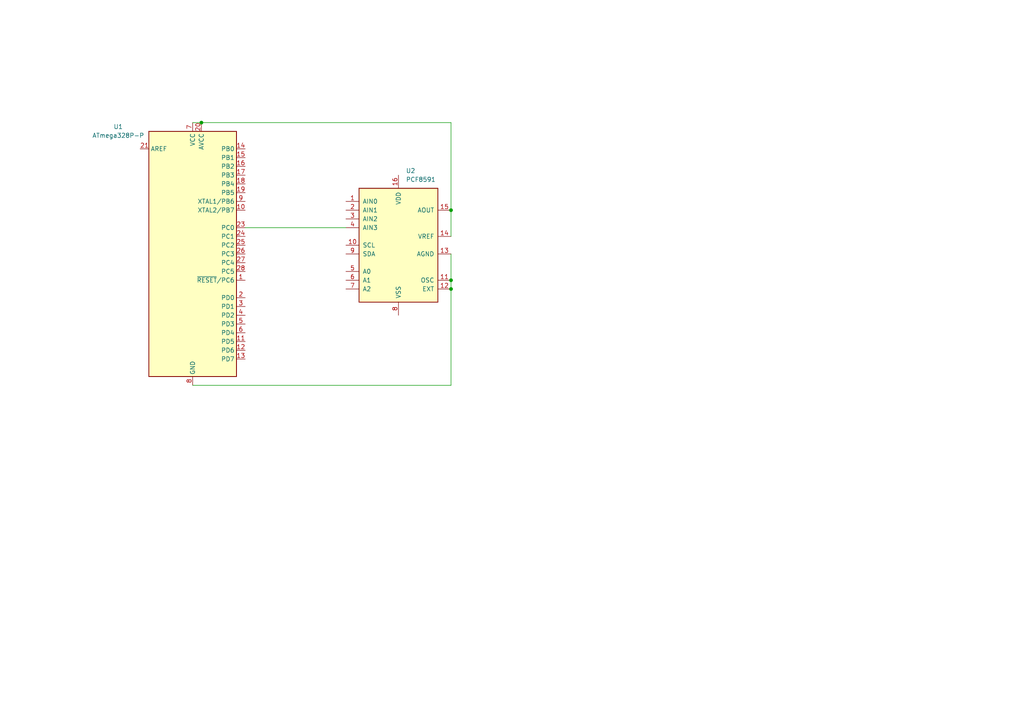
<source format=kicad_sch>
(kicad_sch (version 20250114) (generator "eeschema") (generator_version "9.0")
  (paper "A4")
  (lib_symbols
    (symbol "Interface_Expansion:PCF8591" (pin_names (offset 1.016))
      (property "Reference" "U" (at -11.43 17.78 0))
      (property "Value" "PCF8591" (at 3.81 17.78 0))
      (symbol "PCF8591_0_1"
        (rectangle (start -11.43 -16.51) (end 11.43 16.51) (stroke (width 0.254)) (fill (type background)))
      )
      (symbol "PCF8591_1_1"
        (pin passive line (at -15.24 12.7 0) (length 3.81) (name "AIN0") (number "1"))
        (pin passive line (at -15.24 10.16 0) (length 3.81) (name "AIN1") (number "2"))
        (pin passive line (at -15.24 7.62 0) (length 3.81) (name "AIN2") (number "3"))
        (pin passive line (at -15.24 5.08 0) (length 3.81) (name "AIN3") (number "4"))
        (pin input line (at -15.24 0 0) (length 3.81) (name "SCL") (number "10"))
        (pin bidirectional line (at -15.24 -2.54 0) (length 3.81) (name "SDA") (number "9"))
        (pin input line (at -15.24 -7.62 0) (length 3.81) (name "A0") (number "5"))
        (pin input line (at -15.24 -10.16 0) (length 3.81) (name "A1") (number "6"))
        (pin input line (at -15.24 -12.7 0) (length 3.81) (name "A2") (number "7"))
        (pin power_in line (at 0 20.32 270) (length 3.81) (name "VDD") (number "16"))
        (pin power_in line (at 0 -20.32 90) (length 3.81) (name "VSS") (number "8"))
        (pin passive line (at 15.24 10.16 180) (length 3.81) (name "AOUT") (number "15"))
        (pin passive line (at 15.24 2.54 180) (length 3.81) (name "VREF") (number "14"))
        (pin power_out line (at 15.24 -2.54 180) (length 3.81) (name "AGND") (number "13"))
        (pin bidirectional line (at 15.24 -10.16 180) (length 3.81) (name "OSC") (number "11"))
        (pin input line (at 15.24 -12.7 180) (length 3.81) (name "EXT") (number "12"))
      )
    )
    (symbol "MCU_Microchip_ATmega:ATmega328P-P"
      (property "Reference" "U" (at -12.7 36.83 0))
      (property "Value" "ATmega328P-P" (at 2.54 -36.83 0))
      (symbol "ATmega328P-P_0_1"
        (rectangle (start -12.7 -35.56) (end 12.7 35.56) (stroke (width 0.254)) (fill (type background)))
      )
      (symbol "ATmega328P-P_1_1"
        (pin passive line (at -15.24 30.48 0) (length 2.54) (name "AREF") (number "21"))
        (pin power_in line (at 0 38.1 270) (length 2.54) (name "VCC") (number "7"))
        (pin passive line (at 0 -38.1 90) (length 2.54) (hide yes) (name "GND") (number "22"))
        (pin power_in line (at 0 -38.1 90) (length 2.54) (name "GND") (number "8"))
        (pin power_in line (at 2.54 38.1 270) (length 2.54) (name "AVCC") (number "20"))
        (pin bidirectional line (at 15.24 30.48 180) (length 2.54) (name "PB0") (number "14"))
        (pin bidirectional line (at 15.24 27.94 180) (length 2.54) (name "PB1") (number "15"))
        (pin bidirectional line (at 15.24 25.4 180) (length 2.54) (name "PB2") (number "16"))
        (pin bidirectional line (at 15.24 22.86 180) (length 2.54) (name "PB3") (number "17"))
        (pin bidirectional line (at 15.24 20.32 180) (length 2.54) (name "PB4") (number "18"))
        (pin bidirectional line (at 15.24 17.78 180) (length 2.54) (name "PB5") (number "19"))
        (pin bidirectional line (at 15.24 15.24 180) (length 2.54) (name "XTAL1/PB6") (number "9"))
        (pin bidirectional line (at 15.24 12.7 180) (length 2.54) (name "XTAL2/PB7") (number "10"))
        (pin bidirectional line (at 15.24 7.62 180) (length 2.54) (name "PC0") (number "23"))
        (pin bidirectional line (at 15.24 5.08 180) (length 2.54) (name "PC1") (number "24"))
        (pin bidirectional line (at 15.24 2.54 180) (length 2.54) (name "PC2") (number "25"))
        (pin bidirectional line (at 15.24 0 180) (length 2.54) (name "PC3") (number "26"))
        (pin bidirectional line (at 15.24 -2.54 180) (length 2.54) (name "PC4") (number "27"))
        (pin bidirectional line (at 15.24 -5.08 180) (length 2.54) (name "PC5") (number "28"))
        (pin bidirectional line (at 15.24 -7.62 180) (length 2.54) (name "~{RESET}/PC6") (number "1"))
        (pin bidirectional line (at 15.24 -12.7 180) (length 2.54) (name "PD0") (number "2"))
        (pin bidirectional line (at 15.24 -15.24 180) (length 2.54) (name "PD1") (number "3"))
        (pin bidirectional line (at 15.24 -17.78 180) (length 2.54) (name "PD2") (number "4"))
        (pin bidirectional line (at 15.24 -20.32 180) (length 2.54) (name "PD3") (number "5"))
        (pin bidirectional line (at 15.24 -22.86 180) (length 2.54) (name "PD4") (number "6"))
        (pin bidirectional line (at 15.24 -25.4 180) (length 2.54) (name "PD5") (number "11"))
        (pin bidirectional line (at 15.24 -27.94 180) (length 2.54) (name "PD6") (number "12"))
        (pin bidirectional line (at 15.24 -30.48 180) (length 2.54) (name "PD7") (number "13"))
      )
    )
  )
  (junction (at 58.42 35.56))
  (junction (at 130.81 81.28))
  (junction (at 130.81 83.82))
  (junction (at 130.81 60.96))
  (wire (pts (xy 58.42 35.56) (xy 130.81 35.56)))
  (wire (pts (xy 130.81 83.82) (xy 130.81 81.28)))
  (wire (pts (xy 130.81 60.96) (xy 130.81 68.58)))
  (wire (pts (xy 130.81 35.56) (xy 130.81 60.96)))
  (wire (pts (xy 130.81 111.76) (xy 130.81 83.82)))
  (wire (pts (xy 55.88 35.56) (xy 58.42 35.56)))
  (wire (pts (xy 130.81 81.28) (xy 130.81 73.66)))
  (wire (pts (xy 71.12 66.04) (xy 100.33 66.04)))
  (wire (pts (xy 55.88 111.76) (xy 130.81 111.76)))
  (symbol (lib_id "MCU_Microchip_ATmega:ATmega328P-P") (at 55.88 73.66 0) (unit 1)
    (property "Reference" "U1" (at 34.29 36.7598 0))
    (property "Value" "ATmega328P-P" (at 34.29 39.2998 0))
    (property "Footprint" "Package_DIP:DIP-28_W7.62mm" (effects (hide yes)))
    (property "Datasheet" "http://ww1.microchip.com/downloads/en/DeviceDoc/ATmega328_P%20AVR%20MCU%20with%20picoPower%20Technology%20Data%20Sheet%2040001984A.pdf" (effects (hide yes)))
    (property "Description" "20MHz, 32kB Flash, 2kB SRAM, 1kB EEPROM, DIP-28" (effects (hide yes)))
  )
  (symbol (lib_id "Interface_Expansion:PCF8591") (at 115.57 71.12 0) (unit 1)
    (property "Reference" "U2" (at 117.7133 49.53 0) (effects (justify left)))
    (property "Value" "PCF8591" (at 117.7133 52.07 0) (effects (justify left)))
    (property "Datasheet" "http://www.nxp.com/docs/en/data-sheet/PCF8591.pdf" (effects (hide yes)))
    (property "Description" "4ch ADC, 1 DAC, I2C Bus Interface, DIP/SOIC-16" (effects (hide yes)))
  )
)
</source>
